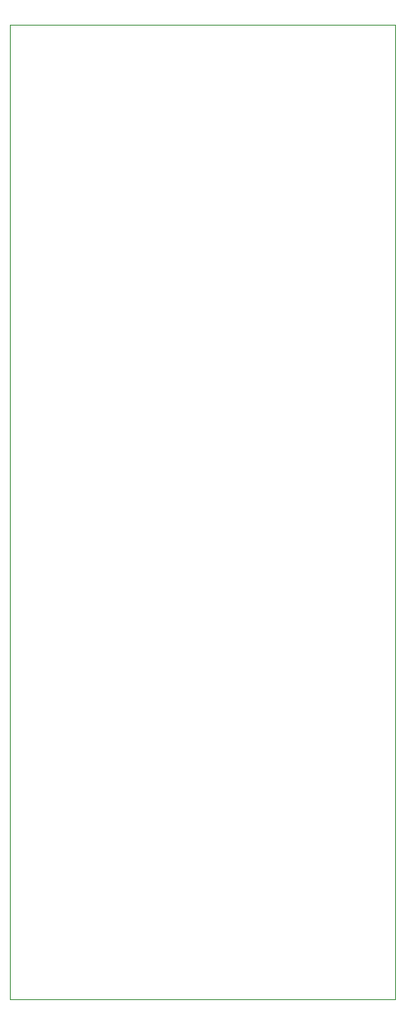
<source format=gbr>
G04 #@! TF.GenerationSoftware,KiCad,Pcbnew,(5.0.0)*
G04 #@! TF.CreationDate,2018-08-18T23:54:30+08:00*
G04 #@! TF.ProjectId,Envelope,456E76656C6F70652E6B696361645F70,rev?*
G04 #@! TF.SameCoordinates,Original*
G04 #@! TF.FileFunction,Profile,NP*
%FSLAX46Y46*%
G04 Gerber Fmt 4.6, Leading zero omitted, Abs format (unit mm)*
G04 Created by KiCad (PCBNEW (5.0.0)) date 08/18/18 23:54:30*
%MOMM*%
%LPD*%
G01*
G04 APERTURE LIST*
%ADD10C,0.100000*%
G04 APERTURE END LIST*
D10*
X107504000Y-148044000D02*
X107504000Y-48044000D01*
X147004000Y-148044000D02*
X107504000Y-148044000D01*
X147004000Y-48044000D02*
X147004000Y-148044000D01*
X107504000Y-48044000D02*
X147004000Y-48044000D01*
M02*

</source>
